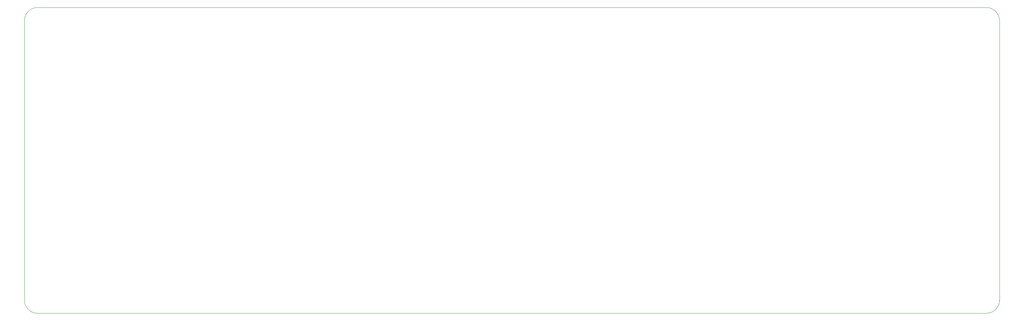
<source format=gbr>
%TF.GenerationSoftware,KiCad,Pcbnew,(7.0.0)*%
%TF.CreationDate,2024-05-03T23:27:27+02:00*%
%TF.ProjectId,minivan,6d696e69-7661-46e2-9e6b-696361645f70,rev?*%
%TF.SameCoordinates,Original*%
%TF.FileFunction,Profile,NP*%
%FSLAX46Y46*%
G04 Gerber Fmt 4.6, Leading zero omitted, Abs format (unit mm)*
G04 Created by KiCad (PCBNEW (7.0.0)) date 2024-05-03 23:27:27*
%MOMM*%
%LPD*%
G01*
G04 APERTURE LIST*
%TA.AperFunction,Profile*%
%ADD10C,0.050000*%
%TD*%
G04 APERTURE END LIST*
D10*
X23018750Y-94456250D02*
X23018750Y-24606250D01*
X262731250Y-97631250D02*
G75*
G03*
X265906250Y-94456250I-50J3175050D01*
G01*
X26193750Y-21431250D02*
G75*
G03*
X23018750Y-24606250I0J-3175000D01*
G01*
X262731250Y-21431250D02*
X26193750Y-21431250D01*
X265906250Y-24606250D02*
G75*
G03*
X262731250Y-21431250I-3175050J-50D01*
G01*
X262731250Y-97631250D02*
X26193750Y-97631250D01*
X265906250Y-24606250D02*
X265906250Y-94456250D01*
X23018750Y-94456250D02*
G75*
G03*
X26193750Y-97631250I3175000J0D01*
G01*
M02*

</source>
